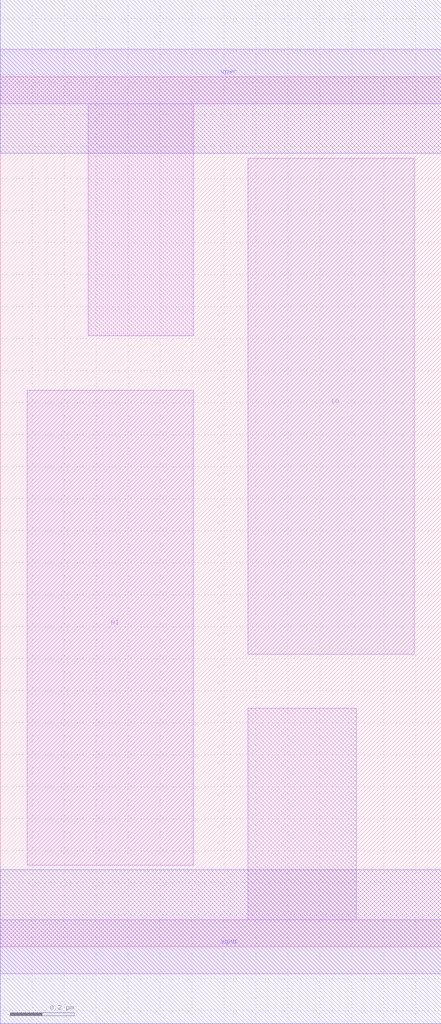
<source format=lef>
VERSION 5.3 ;
   NAMESCASESENSITIVE ON ;
   NOWIREEXTENSIONATPIN ON ;
   DIVIDERCHAR "/" ;
   BUSBITCHARS "[]" ;
UNITS
   DATABASE MICRONS 1000 ;
END UNITS
MACRO scs8hd_conb_1
   CLASS CORE ;
   SOURCE USER ;
   FOREIGN scs8hd_conb_1 ;
   ORIGIN 0.000000 0.000000 ;
   SIZE 1.3800 BY 2.7200 ;
   SYMMETRY X Y R90 ;
   PIN HI
      DIRECTION OUTPUT ;
      USE SIGNAL ;
      PORT
         LAYER li1 ;
	    RECT 0.085000 0.255000 0.605000 1.740000 ;
      END
   END HI
   PIN LO
      DIRECTION OUTPUT ;
      USE SIGNAL ;
      PORT
         LAYER li1 ;
	    RECT 0.775000 0.915000 1.295000 2.465000 ;
      END
   END LO
   PIN vpwr
      DIRECTION INOUT ;
      USE POWER ;
      PORT
         LAYER met1 ;
	    RECT 0.000000 2.480000 1.380000 2.960000 ;
      END
   END vpwr
   PIN vgnd
      DIRECTION INOUT ;
      USE GROUND ;
      PORT
         LAYER met1 ;
	    RECT 0.000000 -0.240000 1.380000 0.240000 ;
      END
   END vgnd
   OBS
         LAYER li1 ;
	    RECT 0.000000 2.635000 1.380000 2.805000 ;
	    RECT 0.275000 1.910000 0.605000 2.635000 ;
	    RECT 0.775000 0.085000 1.115000 0.745000 ;
	    RECT 0.000000 -0.085000 1.380000 0.085000 ;
   END
END scs8hd_conb_1

</source>
